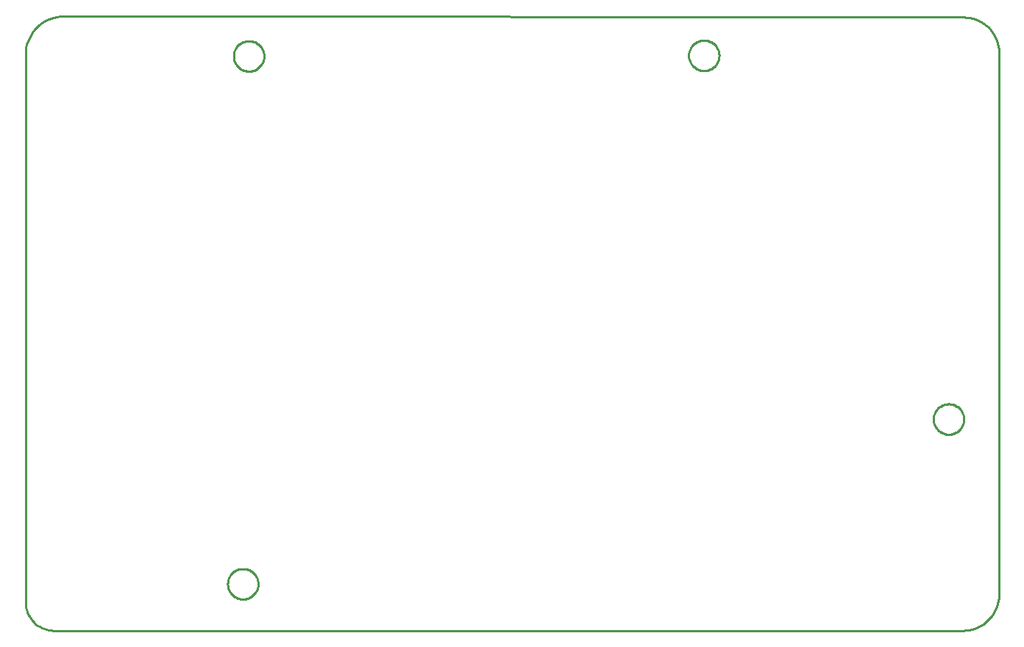
<source format=gbr>
G04 EAGLE Gerber RS-274X export*
G75*
%MOMM*%
%FSLAX34Y34*%
%LPD*%
%IN*%
%IPPOS*%
%AMOC8*
5,1,8,0,0,1.08239X$1,22.5*%
G01*
%ADD10C,0.254000*%


D10*
X0Y32255D02*
X123Y29444D01*
X490Y26654D01*
X1099Y23907D01*
X1945Y21223D01*
X3022Y18624D01*
X4321Y16128D01*
X5833Y13755D01*
X7546Y11522D01*
X9447Y9447D01*
X11522Y7546D01*
X13755Y5833D01*
X16128Y4321D01*
X18624Y3022D01*
X21223Y1945D01*
X23907Y1099D01*
X26654Y490D01*
X29444Y123D01*
X32255Y0D01*
X1078532Y0D01*
X1082163Y159D01*
X1085767Y633D01*
X1089315Y1420D01*
X1092782Y2513D01*
X1096139Y3903D01*
X1099363Y5582D01*
X1102429Y7534D01*
X1105312Y9747D01*
X1107992Y12202D01*
X1110447Y14882D01*
X1112660Y17765D01*
X1114612Y20831D01*
X1116291Y24055D01*
X1117682Y27412D01*
X1118774Y30879D01*
X1119561Y34427D01*
X1120035Y38031D01*
X1120194Y41662D01*
X1120194Y665701D01*
X1120040Y669228D01*
X1119579Y672728D01*
X1118815Y676175D01*
X1117754Y679541D01*
X1116403Y682803D01*
X1114772Y685934D01*
X1112876Y688912D01*
X1110727Y691713D01*
X1108342Y694315D01*
X1105739Y696700D01*
X1102938Y698849D01*
X1099961Y700746D01*
X1096829Y702376D01*
X1093568Y703727D01*
X1090201Y704789D01*
X1086754Y705553D01*
X1083254Y706014D01*
X1079773Y706168D01*
X43693Y707342D01*
X39890Y707181D01*
X36115Y706689D01*
X32397Y705870D01*
X28765Y704729D01*
X25246Y703277D01*
X21867Y701523D01*
X18653Y699482D01*
X15630Y697168D01*
X12820Y694600D01*
X10245Y691796D01*
X7923Y688779D01*
X5874Y685570D01*
X4112Y682196D01*
X2650Y678680D01*
X1501Y675051D01*
X672Y671335D01*
X171Y667561D01*
X0Y663758D01*
X0Y663699D01*
X0Y32255D01*
X274548Y660843D02*
X274473Y659700D01*
X274324Y658564D01*
X274100Y657440D01*
X273803Y656333D01*
X273435Y655248D01*
X272997Y654190D01*
X272490Y653162D01*
X271917Y652170D01*
X271280Y651217D01*
X270583Y650308D01*
X269827Y649447D01*
X269017Y648637D01*
X268156Y647881D01*
X267247Y647184D01*
X266294Y646547D01*
X265302Y645974D01*
X264274Y645467D01*
X263216Y645029D01*
X262131Y644661D01*
X261024Y644364D01*
X259900Y644141D01*
X258764Y643991D01*
X257621Y643916D01*
X256475Y643916D01*
X255332Y643991D01*
X254196Y644141D01*
X253072Y644364D01*
X251965Y644661D01*
X250880Y645029D01*
X249822Y645467D01*
X248794Y645974D01*
X247802Y646547D01*
X246849Y647184D01*
X245940Y647881D01*
X245079Y648637D01*
X244269Y649447D01*
X243513Y650308D01*
X242816Y651217D01*
X242179Y652170D01*
X241606Y653162D01*
X241099Y654190D01*
X240661Y655248D01*
X240293Y656333D01*
X239996Y657440D01*
X239773Y658564D01*
X239623Y659700D01*
X239548Y660843D01*
X239548Y661989D01*
X239623Y663132D01*
X239773Y664268D01*
X239996Y665392D01*
X240293Y666499D01*
X240661Y667584D01*
X241099Y668642D01*
X241606Y669670D01*
X242179Y670662D01*
X242816Y671615D01*
X243513Y672524D01*
X244269Y673385D01*
X245079Y674195D01*
X245940Y674951D01*
X246849Y675648D01*
X247802Y676285D01*
X248794Y676858D01*
X249822Y677365D01*
X250880Y677803D01*
X251965Y678171D01*
X253072Y678468D01*
X254196Y678692D01*
X255332Y678841D01*
X256475Y678916D01*
X257621Y678916D01*
X258764Y678841D01*
X259900Y678692D01*
X261024Y678468D01*
X262131Y678171D01*
X263216Y677803D01*
X264274Y677365D01*
X265302Y676858D01*
X266294Y676285D01*
X267247Y675648D01*
X268156Y674951D01*
X269017Y674195D01*
X269827Y673385D01*
X270583Y672524D01*
X271280Y671615D01*
X271917Y670662D01*
X272490Y669670D01*
X272997Y668642D01*
X273435Y667584D01*
X273803Y666499D01*
X274100Y665392D01*
X274324Y664268D01*
X274473Y663132D01*
X274548Y661989D01*
X274548Y660843D01*
X267690Y53021D02*
X267615Y51878D01*
X267466Y50742D01*
X267242Y49618D01*
X266945Y48511D01*
X266577Y47426D01*
X266139Y46368D01*
X265632Y45340D01*
X265059Y44348D01*
X264422Y43395D01*
X263725Y42486D01*
X262969Y41625D01*
X262159Y40815D01*
X261298Y40059D01*
X260389Y39362D01*
X259436Y38725D01*
X258444Y38152D01*
X257416Y37645D01*
X256358Y37207D01*
X255273Y36839D01*
X254166Y36542D01*
X253042Y36319D01*
X251906Y36169D01*
X250763Y36094D01*
X249617Y36094D01*
X248474Y36169D01*
X247338Y36319D01*
X246214Y36542D01*
X245107Y36839D01*
X244022Y37207D01*
X242964Y37645D01*
X241936Y38152D01*
X240944Y38725D01*
X239991Y39362D01*
X239082Y40059D01*
X238221Y40815D01*
X237411Y41625D01*
X236655Y42486D01*
X235958Y43395D01*
X235321Y44348D01*
X234748Y45340D01*
X234241Y46368D01*
X233803Y47426D01*
X233435Y48511D01*
X233138Y49618D01*
X232915Y50742D01*
X232765Y51878D01*
X232690Y53021D01*
X232690Y54167D01*
X232765Y55310D01*
X232915Y56446D01*
X233138Y57570D01*
X233435Y58677D01*
X233803Y59762D01*
X234241Y60820D01*
X234748Y61848D01*
X235321Y62840D01*
X235958Y63793D01*
X236655Y64702D01*
X237411Y65563D01*
X238221Y66373D01*
X239082Y67129D01*
X239991Y67826D01*
X240944Y68463D01*
X241936Y69036D01*
X242964Y69543D01*
X244022Y69981D01*
X245107Y70349D01*
X246214Y70646D01*
X247338Y70870D01*
X248474Y71019D01*
X249617Y71094D01*
X250763Y71094D01*
X251906Y71019D01*
X253042Y70870D01*
X254166Y70646D01*
X255273Y70349D01*
X256358Y69981D01*
X257416Y69543D01*
X258444Y69036D01*
X259436Y68463D01*
X260389Y67826D01*
X261298Y67129D01*
X262159Y66373D01*
X262969Y65563D01*
X263725Y64702D01*
X264422Y63793D01*
X265059Y62840D01*
X265632Y61848D01*
X266139Y60820D01*
X266577Y59762D01*
X266945Y58677D01*
X267242Y57570D01*
X267466Y56446D01*
X267615Y55310D01*
X267690Y54167D01*
X267690Y53021D01*
X1079982Y242759D02*
X1079907Y241616D01*
X1079758Y240480D01*
X1079534Y239356D01*
X1079237Y238249D01*
X1078869Y237164D01*
X1078431Y236106D01*
X1077924Y235078D01*
X1077351Y234086D01*
X1076714Y233133D01*
X1076017Y232224D01*
X1075261Y231363D01*
X1074451Y230553D01*
X1073590Y229797D01*
X1072681Y229100D01*
X1071728Y228463D01*
X1070736Y227890D01*
X1069708Y227383D01*
X1068650Y226945D01*
X1067565Y226577D01*
X1066458Y226280D01*
X1065334Y226057D01*
X1064198Y225907D01*
X1063055Y225832D01*
X1061909Y225832D01*
X1060766Y225907D01*
X1059630Y226057D01*
X1058506Y226280D01*
X1057399Y226577D01*
X1056314Y226945D01*
X1055256Y227383D01*
X1054228Y227890D01*
X1053236Y228463D01*
X1052283Y229100D01*
X1051374Y229797D01*
X1050513Y230553D01*
X1049703Y231363D01*
X1048947Y232224D01*
X1048250Y233133D01*
X1047613Y234086D01*
X1047040Y235078D01*
X1046533Y236106D01*
X1046095Y237164D01*
X1045727Y238249D01*
X1045430Y239356D01*
X1045207Y240480D01*
X1045057Y241616D01*
X1044982Y242759D01*
X1044982Y243905D01*
X1045057Y245048D01*
X1045207Y246184D01*
X1045430Y247308D01*
X1045727Y248415D01*
X1046095Y249500D01*
X1046533Y250558D01*
X1047040Y251586D01*
X1047613Y252578D01*
X1048250Y253531D01*
X1048947Y254440D01*
X1049703Y255301D01*
X1050513Y256111D01*
X1051374Y256867D01*
X1052283Y257564D01*
X1053236Y258201D01*
X1054228Y258774D01*
X1055256Y259281D01*
X1056314Y259719D01*
X1057399Y260087D01*
X1058506Y260384D01*
X1059630Y260608D01*
X1060766Y260757D01*
X1061909Y260832D01*
X1063055Y260832D01*
X1064198Y260757D01*
X1065334Y260608D01*
X1066458Y260384D01*
X1067565Y260087D01*
X1068650Y259719D01*
X1069708Y259281D01*
X1070736Y258774D01*
X1071728Y258201D01*
X1072681Y257564D01*
X1073590Y256867D01*
X1074451Y256111D01*
X1075261Y255301D01*
X1076017Y254440D01*
X1076714Y253531D01*
X1077351Y252578D01*
X1077924Y251586D01*
X1078431Y250558D01*
X1078869Y249500D01*
X1079237Y248415D01*
X1079534Y247308D01*
X1079758Y246184D01*
X1079907Y245048D01*
X1079982Y243905D01*
X1079982Y242759D01*
X798296Y661605D02*
X798221Y660462D01*
X798072Y659326D01*
X797848Y658202D01*
X797551Y657095D01*
X797183Y656010D01*
X796745Y654952D01*
X796238Y653924D01*
X795665Y652932D01*
X795028Y651979D01*
X794331Y651070D01*
X793575Y650209D01*
X792765Y649399D01*
X791904Y648643D01*
X790995Y647946D01*
X790042Y647309D01*
X789050Y646736D01*
X788022Y646229D01*
X786964Y645791D01*
X785879Y645423D01*
X784772Y645126D01*
X783648Y644903D01*
X782512Y644753D01*
X781369Y644678D01*
X780223Y644678D01*
X779080Y644753D01*
X777944Y644903D01*
X776820Y645126D01*
X775713Y645423D01*
X774628Y645791D01*
X773570Y646229D01*
X772542Y646736D01*
X771550Y647309D01*
X770597Y647946D01*
X769688Y648643D01*
X768827Y649399D01*
X768017Y650209D01*
X767261Y651070D01*
X766564Y651979D01*
X765927Y652932D01*
X765354Y653924D01*
X764847Y654952D01*
X764409Y656010D01*
X764041Y657095D01*
X763744Y658202D01*
X763521Y659326D01*
X763371Y660462D01*
X763296Y661605D01*
X763296Y662751D01*
X763371Y663894D01*
X763521Y665030D01*
X763744Y666154D01*
X764041Y667261D01*
X764409Y668346D01*
X764847Y669404D01*
X765354Y670432D01*
X765927Y671424D01*
X766564Y672377D01*
X767261Y673286D01*
X768017Y674147D01*
X768827Y674957D01*
X769688Y675713D01*
X770597Y676410D01*
X771550Y677047D01*
X772542Y677620D01*
X773570Y678127D01*
X774628Y678565D01*
X775713Y678933D01*
X776820Y679230D01*
X777944Y679454D01*
X779080Y679603D01*
X780223Y679678D01*
X781369Y679678D01*
X782512Y679603D01*
X783648Y679454D01*
X784772Y679230D01*
X785879Y678933D01*
X786964Y678565D01*
X788022Y678127D01*
X789050Y677620D01*
X790042Y677047D01*
X790995Y676410D01*
X791904Y675713D01*
X792765Y674957D01*
X793575Y674147D01*
X794331Y673286D01*
X795028Y672377D01*
X795665Y671424D01*
X796238Y670432D01*
X796745Y669404D01*
X797183Y668346D01*
X797551Y667261D01*
X797848Y666154D01*
X798072Y665030D01*
X798221Y663894D01*
X798296Y662751D01*
X798296Y661605D01*
M02*

</source>
